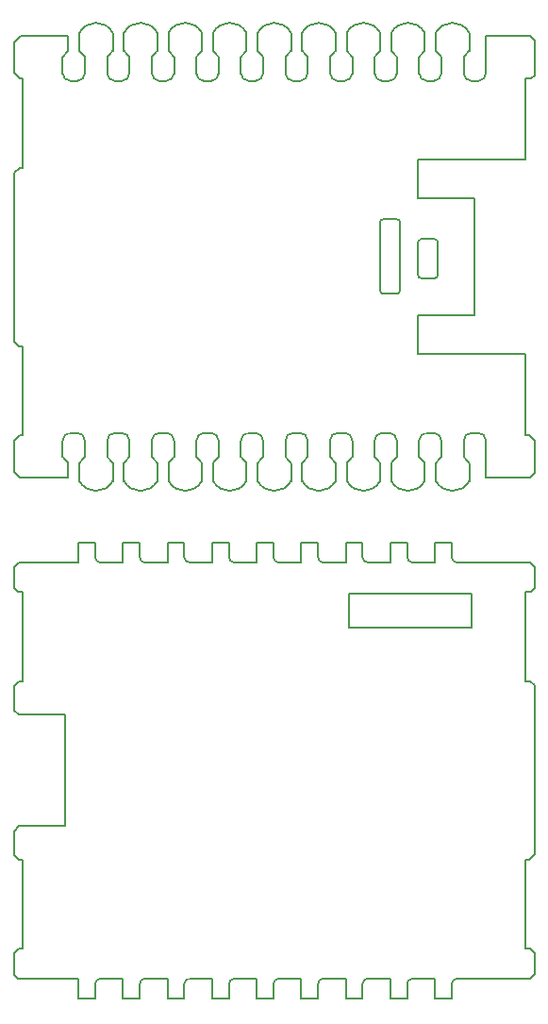
<source format=gbr>
%TF.GenerationSoftware,KiCad,Pcbnew,7.0.1*%
%TF.CreationDate,2023-06-12T22:17:34+07:00*%
%TF.ProjectId,servo_motor,73657276-6f5f-46d6-9f74-6f722e6b6963,rev?*%
%TF.SameCoordinates,Original*%
%TF.FileFunction,Profile,NP*%
%FSLAX46Y46*%
G04 Gerber Fmt 4.6, Leading zero omitted, Abs format (unit mm)*
G04 Created by KiCad (PCBNEW 7.0.1) date 2023-06-12 22:17:34*
%MOMM*%
%LPD*%
G01*
G04 APERTURE LIST*
%TA.AperFunction,Profile*%
%ADD10C,0.200000*%
%TD*%
G04 APERTURE END LIST*
D10*
X147970010Y-127232201D02*
X148470011Y-127232201D01*
X131550002Y-78625413D02*
X131550002Y-77180186D01*
X171524807Y-98782185D02*
X171900023Y-99157401D01*
X126000000Y-52700171D02*
X126000000Y-44700167D01*
X139970006Y-127232201D02*
X140470007Y-127232201D01*
X171529389Y-40900167D02*
X171900026Y-41270804D01*
X142850010Y-44920211D02*
G75*
G03*
X143550011Y-44220168I-10J700011D01*
G01*
X147550015Y-77180186D02*
G75*
G03*
X146850012Y-76480185I-700015J-14D01*
G01*
X139050005Y-80800189D02*
G75*
G03*
X142050009Y-80800189I1500002J800001D01*
G01*
X146850012Y-44920213D02*
G75*
G03*
X147550013Y-44220168I-12J700013D01*
G01*
X142970007Y-88132178D02*
X142970007Y-86332179D01*
X130970001Y-127232201D02*
X131970001Y-127232201D01*
X159050018Y-42200167D02*
X159050018Y-40600165D01*
X146250011Y-44920169D02*
X146850012Y-44920169D01*
X143970008Y-127232201D02*
X144470009Y-127232201D01*
X150250013Y-76480212D02*
G75*
G03*
X149550012Y-77180186I-13J-699988D01*
G01*
X154970014Y-127232201D02*
X154970014Y-125432200D01*
X154050016Y-42200167D02*
X154050016Y-40600165D01*
X156970015Y-88132178D02*
X158970016Y-88132178D01*
X150970012Y-88132178D02*
X150970012Y-86332179D01*
X134250004Y-44920169D02*
X134850006Y-44920169D01*
X147550011Y-78625413D02*
X147550011Y-77180186D01*
X126000000Y-52700171D02*
X125679981Y-52700171D01*
X141550015Y-42774952D02*
G75*
G03*
X142050009Y-42200167I-1000015J1374752D01*
G01*
X152470014Y-87632179D02*
X152470014Y-86332179D01*
X158970016Y-127232201D02*
X159970016Y-127232201D01*
X133550031Y-44220168D02*
G75*
G03*
X134250004Y-44920169I699969J-32D01*
G01*
X148470019Y-87632179D02*
G75*
G03*
X148970010Y-88132181I499981J-21D01*
G01*
X138970005Y-127232201D02*
X139970006Y-127232201D01*
X158250017Y-76480216D02*
G75*
G03*
X157550016Y-77180186I-17J-699984D01*
G01*
X139050007Y-42200167D02*
X139050007Y-40600165D01*
X137550005Y-78625413D02*
X137550005Y-77180186D01*
X143550009Y-78625413D02*
X143550009Y-77180186D01*
X158850019Y-44920220D02*
G75*
G03*
X159550020Y-44220168I-19J700020D01*
G01*
X150050013Y-40600165D02*
G75*
G03*
X147050009Y-40600165I-1500002J-800001D01*
G01*
X125199997Y-101387574D02*
X125199997Y-99209971D01*
X146970009Y-127232201D02*
X146970009Y-125432200D01*
X146250011Y-76480210D02*
G75*
G03*
X145550010Y-77180186I-11J-699990D01*
G01*
X162050018Y-79200188D02*
G75*
G03*
X161550018Y-78625413I-1500018J-800012D01*
G01*
X151050014Y-80800189D02*
X151050014Y-79200187D01*
X138850008Y-44920209D02*
G75*
G03*
X139550009Y-44220168I-8J700009D01*
G01*
X141550007Y-44220168D02*
X141550007Y-42774941D01*
X162970018Y-88132178D02*
X162970018Y-86332179D01*
X134970003Y-88132178D02*
X134970003Y-86332179D01*
X125521023Y-125432200D02*
X130970001Y-125432200D01*
X171594857Y-44700167D02*
X171900026Y-44394999D01*
X166500018Y-55450001D02*
X166500018Y-65950005D01*
X166050020Y-79200188D02*
G75*
G03*
X165550020Y-78625413I-1500020J-800012D01*
G01*
X156470016Y-87632179D02*
X156470016Y-86332179D01*
X147050012Y-42200167D02*
X147050012Y-40600165D01*
X162250019Y-76480185D02*
X162850021Y-76480185D01*
X130050003Y-80500187D02*
X130050003Y-79200187D01*
X126000000Y-76700184D02*
X126000000Y-68700180D01*
X131550005Y-78625417D02*
G75*
G03*
X131050001Y-79200187I999995J-1374783D01*
G01*
X163050020Y-80800189D02*
X163050020Y-79200187D01*
X165550020Y-44220168D02*
X165550020Y-42774941D01*
X147050012Y-80800189D02*
X147050012Y-79200187D01*
X166050022Y-42200167D02*
X166050022Y-40600165D01*
X171492000Y-88132178D02*
X171900023Y-88540201D01*
X171900026Y-44394999D02*
X171900026Y-41270804D01*
X135970003Y-86332179D02*
X136470005Y-86332179D01*
X125632577Y-111782192D02*
X129800001Y-111782192D01*
X162250019Y-76480218D02*
G75*
G03*
X161550018Y-77180186I-19J-699982D01*
G01*
X132470003Y-127232201D02*
X132470003Y-125932199D01*
X135050005Y-80800189D02*
X135050005Y-79200187D01*
X171100025Y-76700184D02*
X171439206Y-76700184D01*
X171100025Y-122782198D02*
X171100025Y-114782193D01*
X150050013Y-42200167D02*
X150050013Y-40600165D01*
X171100025Y-114782193D02*
X171388231Y-114782193D01*
X148970010Y-125432200D02*
X150970012Y-125432200D01*
X146970009Y-88132178D02*
X146970009Y-86332179D01*
X152470014Y-127232201D02*
X152470014Y-125932199D01*
X137550005Y-44220168D02*
X137550005Y-42774941D01*
X125627784Y-98782185D02*
X125999998Y-98782185D01*
X158250017Y-76480185D02*
X158850019Y-76480185D01*
X135049983Y-42200178D02*
G75*
G03*
X135550005Y-42774940I1500017J800078D01*
G01*
X163550015Y-77180186D02*
G75*
G03*
X162850021Y-76480185I-700015J-14D01*
G01*
X142250009Y-76480185D02*
X142850010Y-76480185D01*
X167550022Y-44220168D02*
X167550022Y-40900167D01*
X131550015Y-77180186D02*
G75*
G03*
X130850003Y-76480185I-700015J-14D01*
G01*
X159049992Y-42200180D02*
G75*
G03*
X159550017Y-42774941I1500008J800080D01*
G01*
X166050022Y-80800189D02*
X166050022Y-79200187D01*
X136470005Y-127232201D02*
X136470005Y-125932199D01*
X157550016Y-44220168D02*
X157550016Y-42774941D01*
X129550001Y-44220168D02*
X129550001Y-42774941D01*
X125200000Y-44186777D02*
X125713389Y-44700167D01*
X146970009Y-86332179D02*
X147970010Y-86332179D01*
X171100025Y-98782185D02*
X171100025Y-90782180D01*
X154250015Y-44920169D02*
X154850016Y-44920169D01*
X147550011Y-44220168D02*
X147550011Y-42774941D01*
X171900023Y-114270401D02*
X171900023Y-99157401D01*
X142970007Y-127232201D02*
X143970008Y-127232201D01*
X154970014Y-88132178D02*
X154970014Y-86332179D01*
X154970014Y-127232201D02*
X155970014Y-127232201D01*
X158050018Y-42200167D02*
X158050018Y-40600165D01*
X162970018Y-127232201D02*
X162970018Y-125432200D01*
X164470020Y-87632179D02*
X164470020Y-86332179D01*
X159550017Y-78625413D02*
X159550017Y-77180186D01*
X166290514Y-93930736D02*
X166290514Y-90930737D01*
X150250013Y-44920169D02*
X150850014Y-44920169D01*
X152970013Y-88132178D02*
X154970014Y-88132178D01*
X154050015Y-40600166D02*
G75*
G03*
X151050012Y-40600165I-1500002J-799999D01*
G01*
X155550015Y-44220168D02*
X155550015Y-42774941D01*
X139550006Y-44220168D02*
X139550006Y-42774941D01*
X150050013Y-80800189D02*
X150050013Y-79200187D01*
X143050010Y-80800189D02*
X143050010Y-79200187D01*
X171900023Y-90441945D02*
X171900023Y-88540201D01*
X126000000Y-68700180D02*
X125581632Y-68700180D01*
X134250004Y-76480185D02*
X134850006Y-76480185D01*
X148970010Y-88132178D02*
X150970012Y-88132178D01*
X125713389Y-44700167D02*
X126000000Y-44700167D01*
X130250002Y-76480185D02*
X130850003Y-76480185D01*
X131050003Y-80800189D02*
X131050003Y-79200187D01*
X171100025Y-90782180D02*
X171559787Y-90782180D01*
X140970006Y-88132178D02*
X142970007Y-88132178D01*
X125199997Y-90414774D02*
X125199997Y-88516571D01*
X125630771Y-122782198D02*
X125999998Y-122782198D01*
X150850014Y-44920215D02*
G75*
G03*
X151550015Y-44220168I-14J700015D01*
G01*
X140970006Y-125432200D02*
X142970007Y-125432200D01*
X125199997Y-114392374D02*
X125199997Y-112214771D01*
X154850016Y-44920218D02*
G75*
G03*
X155550018Y-44220168I-16J700018D01*
G01*
X125199997Y-88516571D02*
X125584390Y-88132178D01*
X162050020Y-80800189D02*
X162050020Y-79200187D01*
X144470009Y-127232201D02*
X144470009Y-125932199D01*
X131050001Y-80800189D02*
G75*
G03*
X134050005Y-80800189I1500002J800001D01*
G01*
X143970008Y-86332179D02*
X144470009Y-86332179D01*
X138050007Y-40600165D02*
G75*
G03*
X135050003Y-40600165I-1500002J-800001D01*
G01*
X156970015Y-125432213D02*
G75*
G03*
X156470013Y-125932199I-15J-499987D01*
G01*
X161550018Y-78625413D02*
X161550018Y-77180186D01*
X138970005Y-88132178D02*
X138970005Y-86332179D01*
X147050017Y-42200163D02*
G75*
G03*
X147550012Y-42774940I1499983J799963D01*
G01*
X167550022Y-80500187D02*
X167550022Y-77180186D01*
X160970017Y-125432200D02*
X162970018Y-125432200D01*
X171521820Y-122782198D02*
X171900023Y-123160401D01*
X158050018Y-80800189D02*
X158050018Y-79200187D01*
X153550014Y-44220168D02*
X153550014Y-42774941D01*
X125200000Y-77194824D02*
X125694639Y-76700184D01*
X162970018Y-86332179D02*
X163970019Y-86332179D01*
X145550010Y-78625413D02*
X145550010Y-77180186D01*
X163970019Y-86332179D02*
X164470020Y-86332179D01*
X132970002Y-125432200D02*
X134970003Y-125432200D01*
X133550010Y-42774951D02*
G75*
G03*
X134050004Y-42200167I-1000010J1374751D01*
G01*
X162050020Y-40600165D02*
G75*
G03*
X159050016Y-40600165I-1500002J-800001D01*
G01*
X125199997Y-125111174D02*
X125199997Y-123212971D01*
X133550003Y-78625413D02*
X133550003Y-77180186D01*
X125750202Y-40900167D02*
X130050003Y-40900167D01*
X143550013Y-78625419D02*
G75*
G03*
X143050008Y-79200187I999987J-1374781D01*
G01*
X125199997Y-112214771D02*
X125632577Y-111782192D01*
X139970006Y-86332179D02*
X140470007Y-86332179D01*
X125581632Y-68700180D02*
X125199999Y-68318547D01*
X125999998Y-122782198D02*
X125999998Y-114782193D01*
X129800001Y-111782192D02*
X129800001Y-101782186D01*
X171100025Y-52000000D02*
X171100025Y-44700167D01*
X125589816Y-114782193D02*
X125999998Y-114782193D01*
X132470003Y-87632179D02*
X132470003Y-86332179D01*
X131970001Y-127232201D02*
X132470003Y-127232201D01*
X136470005Y-87632179D02*
X136470005Y-86332179D01*
X125677408Y-80500187D02*
X130050003Y-80500187D01*
X141550007Y-78625413D02*
X141550007Y-77180186D01*
X138250006Y-76480205D02*
G75*
G03*
X137550005Y-77180186I-6J-699995D01*
G01*
X159050018Y-80800189D02*
X159050018Y-79200187D01*
X136970004Y-88132178D02*
X138970005Y-88132178D01*
X159550015Y-77180186D02*
G75*
G03*
X158850019Y-76480185I-700015J-14D01*
G01*
X150250013Y-76480185D02*
X150850014Y-76480185D01*
X139550006Y-78625413D02*
X139550006Y-77180186D01*
X138050007Y-42200167D02*
X138050007Y-40600165D01*
X151550018Y-78625419D02*
G75*
G03*
X151050011Y-79200187I999982J-1374781D01*
G01*
X132970002Y-88132178D02*
X134970003Y-88132178D01*
X149550012Y-44220168D02*
X149550012Y-42774941D01*
X129550001Y-78625413D02*
X129550001Y-77180186D01*
X136970004Y-125432200D02*
X138970005Y-125432200D01*
X161550028Y-42774955D02*
G75*
G03*
X162050020Y-42200167I-1000028J1374755D01*
G01*
X129550031Y-44220168D02*
G75*
G03*
X130250002Y-44920169I699969J-32D01*
G01*
X136970004Y-125432202D02*
G75*
G03*
X136470002Y-125932199I-4J-499998D01*
G01*
X164970019Y-125432218D02*
G75*
G03*
X164470018Y-125932199I-19J-499982D01*
G01*
X144970008Y-125432207D02*
G75*
G03*
X144470007Y-125932199I-8J-499993D01*
G01*
X167550015Y-77180186D02*
G75*
G03*
X166850023Y-76480185I-700015J-14D01*
G01*
X171900026Y-80107399D02*
X171900026Y-77161004D01*
X157550016Y-78625413D02*
X157550016Y-77180186D01*
X158250017Y-44920169D02*
X158850019Y-44920169D01*
X164970019Y-125432200D02*
X171529968Y-125432200D01*
X150050013Y-79200187D02*
G75*
G03*
X149550012Y-78625413I-1500013J-800013D01*
G01*
X137550012Y-42774951D02*
G75*
G03*
X138050006Y-42200167I-1000012J1374751D01*
G01*
X125567403Y-90782180D02*
X125999998Y-90782180D01*
X131970001Y-86332179D02*
X132470003Y-86332179D01*
X130970001Y-127232201D02*
X130970001Y-125432200D01*
X143050010Y-42200167D02*
X143050010Y-40600165D01*
X135970003Y-127232201D02*
X136470005Y-127232201D01*
X165550031Y-44220168D02*
G75*
G03*
X166250022Y-44920169I699969J-32D01*
G01*
X148970010Y-125432209D02*
G75*
G03*
X148470009Y-125932199I-10J-499991D01*
G01*
X143050015Y-42200163D02*
G75*
G03*
X143550009Y-42774941I1499985J799963D01*
G01*
X139550010Y-78625419D02*
G75*
G03*
X139050006Y-79200187I999990J-1374781D01*
G01*
X148470011Y-127232201D02*
X148470011Y-125932199D01*
X134050005Y-40600165D02*
G75*
G03*
X131050001Y-40600165I-1500002J-800001D01*
G01*
X145549998Y-42774925D02*
G75*
G03*
X146050011Y-42200167I-999998J1374825D01*
G01*
X157550026Y-42774954D02*
G75*
G03*
X158050018Y-42200167I-1000026J1374754D01*
G01*
X151970012Y-127232201D02*
X152470014Y-127232201D01*
X171100025Y-69400006D02*
X161400019Y-69400006D01*
X144470019Y-87632179D02*
G75*
G03*
X144970008Y-88132181I499981J-21D01*
G01*
X140470007Y-87632179D02*
X140470007Y-86332179D01*
X146050011Y-40600165D02*
G75*
G03*
X143050007Y-40600165I-1500002J-800001D01*
G01*
X155550015Y-78625413D02*
X155550015Y-77180186D01*
X151050014Y-42200167D02*
X151050014Y-40600165D01*
X147970010Y-86332179D02*
X148470011Y-86332179D01*
X135050003Y-80800189D02*
G75*
G03*
X138050007Y-80800189I1500002J800001D01*
G01*
X160470019Y-87632179D02*
G75*
G03*
X160970017Y-88132181I499981J-21D01*
G01*
X160470018Y-87632179D02*
X160470018Y-86332179D01*
X130050006Y-79200185D02*
G75*
G03*
X129550001Y-78625413I-1500006J-800015D01*
G01*
X149550031Y-44220168D02*
G75*
G03*
X150250013Y-44920169I699969J-32D01*
G01*
X151050011Y-80800189D02*
G75*
G03*
X154050015Y-80800189I1500002J800000D01*
G01*
X154970014Y-86332179D02*
X155970014Y-86332179D01*
X134970003Y-127232201D02*
X134970003Y-125432200D01*
X171507237Y-80500187D02*
X171900026Y-80107399D01*
X144470009Y-87632179D02*
X144470009Y-86332179D01*
X142050010Y-79200187D02*
G75*
G03*
X141550007Y-78625414I-1500010J-800013D01*
G01*
X131550002Y-44220168D02*
X131550002Y-42774941D01*
X155550021Y-78625421D02*
G75*
G03*
X155050015Y-79200187I999979J-1374779D01*
G01*
X153550023Y-42774953D02*
G75*
G03*
X154050015Y-42200167I-1000023J1374753D01*
G01*
X150970012Y-86332179D02*
X151970012Y-86332179D01*
X163050018Y-80800189D02*
G75*
G03*
X166050022Y-80800189I1500002J800001D01*
G01*
X134050005Y-80800189D02*
X134050005Y-79200187D01*
X125199997Y-101387574D02*
X125594609Y-101782186D01*
X162970018Y-127232201D02*
X163970019Y-127232201D01*
X151550013Y-78625413D02*
X151550013Y-77180186D01*
X167550022Y-40900167D02*
X171529389Y-40900167D01*
X166050022Y-40600165D02*
G75*
G03*
X163050018Y-40600165I-1500002J-800001D01*
G01*
X125199997Y-90414774D02*
X125567403Y-90782180D01*
X134050005Y-42200167D02*
X134050005Y-40600165D01*
X145550031Y-44220168D02*
G75*
G03*
X146250011Y-44920169I699969J-32D01*
G01*
X162050020Y-42200167D02*
X162050020Y-40600165D01*
X140970006Y-125432205D02*
G75*
G03*
X140470005Y-125932199I-6J-499995D01*
G01*
X166250022Y-76480220D02*
G75*
G03*
X165550020Y-77180186I-22J-699980D01*
G01*
X145550010Y-44220168D02*
X145550010Y-42774941D01*
X142970007Y-86332179D02*
X143970008Y-86332179D01*
X153550014Y-78625413D02*
X153550014Y-77180186D01*
X138050007Y-80800189D02*
X138050007Y-79200187D01*
X155290516Y-93930736D02*
X166290514Y-93930736D01*
X155050014Y-80800189D02*
G75*
G03*
X158050018Y-80800189I1500002J800001D01*
G01*
X155970014Y-86332179D02*
X156470016Y-86332179D01*
X155050016Y-80800189D02*
X155050016Y-79200187D01*
X140470019Y-87632179D02*
G75*
G03*
X140970006Y-88132181I499981J-21D01*
G01*
X141550031Y-44220168D02*
G75*
G03*
X142250009Y-44920169I699969J-32D01*
G01*
X149550012Y-78625413D02*
X149550012Y-77180186D01*
X155970014Y-127232201D02*
X156470016Y-127232201D01*
X155550015Y-77180186D02*
G75*
G03*
X154850016Y-76480185I-700015J-14D01*
G01*
X167550022Y-80500187D02*
X171507237Y-80500187D01*
X135550004Y-44220168D02*
X135550004Y-42774941D01*
X125199997Y-114392374D02*
X125589816Y-114782193D01*
X138050009Y-79200186D02*
G75*
G03*
X137550005Y-78625413I-1500009J-800014D01*
G01*
X125199997Y-99209971D02*
X125627784Y-98782185D01*
X163970019Y-127232201D02*
X164470020Y-127232201D01*
X166500018Y-55450001D02*
X161400019Y-55450001D01*
X146970009Y-127232201D02*
X147970010Y-127232201D01*
X148470011Y-87632179D02*
X148470011Y-86332179D01*
X135550008Y-78625418D02*
G75*
G03*
X135050003Y-79200187I999992J-1374782D01*
G01*
X159550023Y-78625421D02*
G75*
G03*
X159050016Y-79200187I999977J-1374779D01*
G01*
X171559787Y-90782180D02*
X171900023Y-90441945D01*
X153550031Y-44220168D02*
G75*
G03*
X154250015Y-44920169I699969J-32D01*
G01*
X125594609Y-101782186D02*
X129800001Y-101782186D01*
X159050016Y-80800189D02*
G75*
G03*
X162050020Y-80800189I1500002J800001D01*
G01*
X156970015Y-125432200D02*
X158970016Y-125432200D01*
X130050003Y-42200167D02*
X130050003Y-40900167D01*
X166500018Y-65950005D02*
X161400019Y-65950005D01*
X171100025Y-76700184D02*
X171100025Y-69400006D01*
X155290516Y-90930737D02*
X166290514Y-90930737D01*
X130250002Y-76480201D02*
G75*
G03*
X129550001Y-77180186I-2J-699999D01*
G01*
X144970008Y-88132178D02*
X146970009Y-88132178D01*
X160970017Y-125432215D02*
G75*
G03*
X160470015Y-125932199I-17J-499985D01*
G01*
X146050011Y-80800189D02*
X146050011Y-79200187D01*
X147050009Y-80800189D02*
G75*
G03*
X150050013Y-80800189I1500002J800001D01*
G01*
X149550020Y-42774952D02*
G75*
G03*
X150050012Y-42200167I-1000020J1374752D01*
G01*
X160970017Y-88132178D02*
X162970018Y-88132178D01*
X156470019Y-87632179D02*
G75*
G03*
X156970015Y-88132181I499981J-21D01*
G01*
X151970012Y-86332179D02*
X152470014Y-86332179D01*
X162250019Y-44920169D02*
X162850021Y-44920169D01*
X163550019Y-78625413D02*
X163550019Y-77180186D01*
X142250009Y-76480208D02*
G75*
G03*
X141550008Y-77180186I-9J-699992D01*
G01*
X134050007Y-79200186D02*
G75*
G03*
X133550003Y-78625413I-1500007J-800014D01*
G01*
X161550018Y-44220168D02*
X161550018Y-42774941D01*
X146050011Y-42200167D02*
X146050011Y-40600165D01*
X130250002Y-44920169D02*
X130850003Y-44920169D01*
X139550015Y-77180186D02*
G75*
G03*
X138850008Y-76480185I-700015J-14D01*
G01*
X163050020Y-42200167D02*
X163050020Y-40600165D01*
X158050016Y-79200188D02*
G75*
G03*
X157550015Y-78625414I-1500016J-800012D01*
G01*
X164470020Y-127232201D02*
X164470020Y-125932199D01*
X125200000Y-41450369D02*
X125750202Y-40900167D01*
X161550031Y-44220168D02*
G75*
G03*
X162250019Y-44920169I699969J-32D01*
G01*
X150970012Y-127232201D02*
X151970012Y-127232201D01*
X155050016Y-42200167D02*
X155050016Y-40600165D01*
X125199999Y-53180152D02*
X125199999Y-68318547D01*
X147550015Y-78625419D02*
G75*
G03*
X147050009Y-79200187I999985J-1374781D01*
G01*
X139050007Y-80800189D02*
X139050007Y-79200187D01*
X163049993Y-42200180D02*
G75*
G03*
X163550019Y-42774941I1500007J800080D01*
G01*
X152470019Y-87632179D02*
G75*
G03*
X152970013Y-88132181I499981J-21D01*
G01*
X151050019Y-42200163D02*
G75*
G03*
X151550013Y-42774940I1499981J799963D01*
G01*
X150970012Y-127232201D02*
X150970012Y-125432200D01*
X161400019Y-52000000D02*
X161400019Y-55450001D01*
X160470018Y-127232201D02*
X160470018Y-125932199D01*
X142970007Y-127232201D02*
X142970007Y-125432200D01*
X171900023Y-125062145D02*
X171900023Y-123160401D01*
X134970003Y-127232201D02*
X135970003Y-127232201D01*
X134850006Y-44920207D02*
G75*
G03*
X135550007Y-44220168I-6J700007D01*
G01*
X129550008Y-42774951D02*
G75*
G03*
X130050003Y-42200167I-1000008J1374751D01*
G01*
X171388231Y-114782193D02*
X171900023Y-114270401D01*
X134970003Y-86332179D02*
X135970003Y-86332179D01*
X133550003Y-44220168D02*
X133550003Y-42774941D01*
X165550020Y-78625413D02*
X165550020Y-77180186D01*
X159550017Y-44220168D02*
X159550017Y-42774941D01*
X125199997Y-123212971D02*
X125630771Y-122782198D01*
X125679981Y-52700171D02*
X125199999Y-53180152D01*
X139049984Y-42200178D02*
G75*
G03*
X139550006Y-42774940I1500016J800078D01*
G01*
X151550013Y-44220168D02*
X151550013Y-42774941D01*
X166250022Y-76480185D02*
X166850023Y-76480185D01*
X152970013Y-125432200D02*
X154970014Y-125432200D01*
X159970016Y-127232201D02*
X160470018Y-127232201D01*
X132970002Y-125432200D02*
G75*
G03*
X132470000Y-125932199I-2J-500000D01*
G01*
X131050003Y-42200167D02*
X131050003Y-40600165D01*
X171100025Y-52000000D02*
X161400019Y-52000000D01*
X125694639Y-76700184D02*
X126000000Y-76700184D01*
X151550015Y-77180186D02*
G75*
G03*
X150850014Y-76480185I-700015J-14D01*
G01*
X156470016Y-127232201D02*
X156470016Y-125932199D01*
X138250006Y-76480185D02*
X138850008Y-76480185D01*
X164970019Y-88132178D02*
X171492000Y-88132178D01*
X136470019Y-87632179D02*
G75*
G03*
X136970004Y-88132181I499981J-21D01*
G01*
X164470019Y-87632179D02*
G75*
G03*
X164970019Y-88132181I499981J-21D01*
G01*
X158970016Y-88132178D02*
X158970016Y-86332179D01*
X165550030Y-42774955D02*
G75*
G03*
X166050021Y-42200167I-1000030J1374755D01*
G01*
X138970005Y-127232201D02*
X138970005Y-125432200D01*
X143550015Y-77180186D02*
G75*
G03*
X142850010Y-76480185I-700015J-14D01*
G01*
X155049990Y-42200180D02*
G75*
G03*
X155550015Y-42774941I1500010J800080D01*
G01*
X171100025Y-44700167D02*
X171594857Y-44700167D01*
X142250009Y-44920169D02*
X142850010Y-44920169D01*
X159970016Y-86332179D02*
X160470018Y-86332179D01*
X152970013Y-125432211D02*
G75*
G03*
X152470011Y-125932199I-13J-499989D01*
G01*
X143050007Y-80800189D02*
G75*
G03*
X146050011Y-80800189I1500002J800001D01*
G01*
X125200000Y-80022778D02*
X125200000Y-77194824D01*
X132470019Y-87632179D02*
G75*
G03*
X132970002Y-88132181I499981J-21D01*
G01*
X158050018Y-40600165D02*
G75*
G03*
X155050014Y-40600165I-1500002J-800001D01*
G01*
X131049980Y-42200178D02*
G75*
G03*
X131550002Y-42774941I1500020J800078D01*
G01*
X134250004Y-76480203D02*
G75*
G03*
X133550003Y-77180186I-4J-699997D01*
G01*
X163550019Y-44220168D02*
X163550019Y-42774941D01*
X125584390Y-88132178D02*
X130970001Y-88132178D01*
X135550015Y-77180186D02*
G75*
G03*
X134850006Y-76480185I-700015J-14D01*
G01*
X171529968Y-125432200D02*
X171900023Y-125062145D01*
X154250015Y-76480185D02*
X154850016Y-76480185D01*
X163550025Y-78625421D02*
G75*
G03*
X163050018Y-79200187I999975J-1374779D01*
G01*
X137550031Y-44220168D02*
G75*
G03*
X138250006Y-44920169I699969J-32D01*
G01*
X143550009Y-44220168D02*
X143550009Y-42774941D01*
X138970005Y-86332179D02*
X139970006Y-86332179D01*
X162850021Y-44920222D02*
G75*
G03*
X163550022Y-44220168I-21J700022D01*
G01*
X130970001Y-88132178D02*
X130970001Y-86332179D01*
X125200000Y-80022778D02*
X125677408Y-80500187D01*
X130970001Y-86332179D02*
X131970001Y-86332179D01*
X125999998Y-98782185D02*
X125999998Y-90782180D01*
X130850003Y-44920205D02*
G75*
G03*
X131550005Y-44220168I-3J700005D01*
G01*
X166850023Y-44920224D02*
G75*
G03*
X167550024Y-44220168I-23J700024D01*
G01*
X158970016Y-127232201D02*
X158970016Y-125432200D01*
X140470007Y-127232201D02*
X140470007Y-125932199D01*
X146250011Y-76480185D02*
X146850012Y-76480185D01*
X144970008Y-125432200D02*
X146970009Y-125432200D01*
X171100025Y-122782198D02*
X171521820Y-122782198D01*
X166250022Y-44920169D02*
X166850023Y-44920169D01*
X171439206Y-76700184D02*
X171900026Y-77161004D01*
X154050016Y-80800189D02*
X154050016Y-79200187D01*
X125200000Y-44186777D02*
X125200000Y-41450369D01*
X125199997Y-125111174D02*
X125521023Y-125432200D01*
X142050009Y-80800189D02*
X142050009Y-79200187D01*
X158970016Y-86332179D02*
X159970016Y-86332179D01*
X157550031Y-44220168D02*
G75*
G03*
X158250017Y-44920169I699969J-32D01*
G01*
X142050009Y-42200167D02*
X142050009Y-40600165D01*
X135550004Y-78625413D02*
X135550004Y-77180186D01*
X138250006Y-44920169D02*
X138850008Y-44920169D01*
X135050005Y-42200167D02*
X135050005Y-40600165D01*
X142050009Y-40600165D02*
G75*
G03*
X139050005Y-40600165I-1500002J-800001D01*
G01*
X155290516Y-93930736D02*
X155290516Y-90930737D01*
X154250015Y-76480214D02*
G75*
G03*
X153550014Y-77180186I-15J-699986D01*
G01*
X146050012Y-79200186D02*
G75*
G03*
X145550010Y-78625413I-1500012J-800014D01*
G01*
X154050015Y-79200188D02*
G75*
G03*
X153550014Y-78625414I-1500015J-800012D01*
G01*
X161400019Y-65950005D02*
X161400019Y-69400006D01*
X171100025Y-98782185D02*
X171524807Y-98782185D01*
%TO.C,U4*%
X163234005Y-59417303D02*
X163234005Y-62317305D01*
X162934006Y-62617304D02*
X161734006Y-62617304D01*
X162934006Y-59117304D02*
X161734006Y-59117304D01*
X161434006Y-59417303D02*
X161434006Y-62317305D01*
X159834002Y-57617307D02*
X159834002Y-63717307D01*
X159534002Y-64017309D02*
X158334002Y-64017309D01*
X159534002Y-57317305D02*
X158334002Y-57317305D01*
X158034000Y-57617307D02*
X158034000Y-63717307D01*
X162934006Y-62617304D02*
G75*
G03*
X163234005Y-62317305I-1J300000D01*
G01*
X163234005Y-59417303D02*
G75*
G03*
X162934006Y-59117304I-299997J2D01*
G01*
X161434011Y-62317305D02*
G75*
G03*
X161734006Y-62617304I299996J-3D01*
G01*
X161734006Y-59117304D02*
G75*
G03*
X161434006Y-59417303I-2J-299998D01*
G01*
X159534002Y-64017303D02*
G75*
G03*
X159834002Y-63717307I5J299995D01*
G01*
X159834028Y-57617307D02*
G75*
G03*
X159534002Y-57317307I-300021J-21D01*
G01*
X158034029Y-63717307D02*
G75*
G03*
X158334002Y-64017306I299978J-21D01*
G01*
X158334002Y-57317304D02*
G75*
G03*
X158034003Y-57617307I5J-300004D01*
G01*
%TD*%
M02*

</source>
